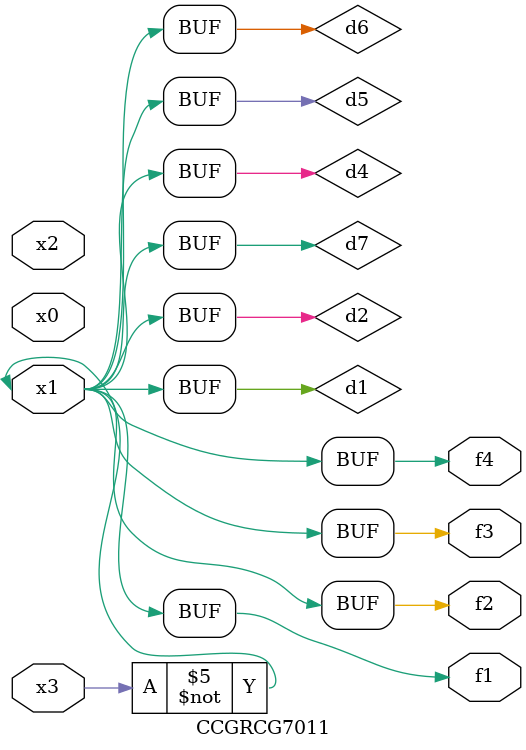
<source format=v>
module CCGRCG7011(
	input x0, x1, x2, x3,
	output f1, f2, f3, f4
);

	wire d1, d2, d3, d4, d5, d6, d7;

	not (d1, x3);
	buf (d2, x1);
	xnor (d3, d1, d2);
	nor (d4, d1);
	buf (d5, d1, d2);
	buf (d6, d4, d5);
	nand (d7, d4);
	assign f1 = d6;
	assign f2 = d7;
	assign f3 = d6;
	assign f4 = d6;
endmodule

</source>
